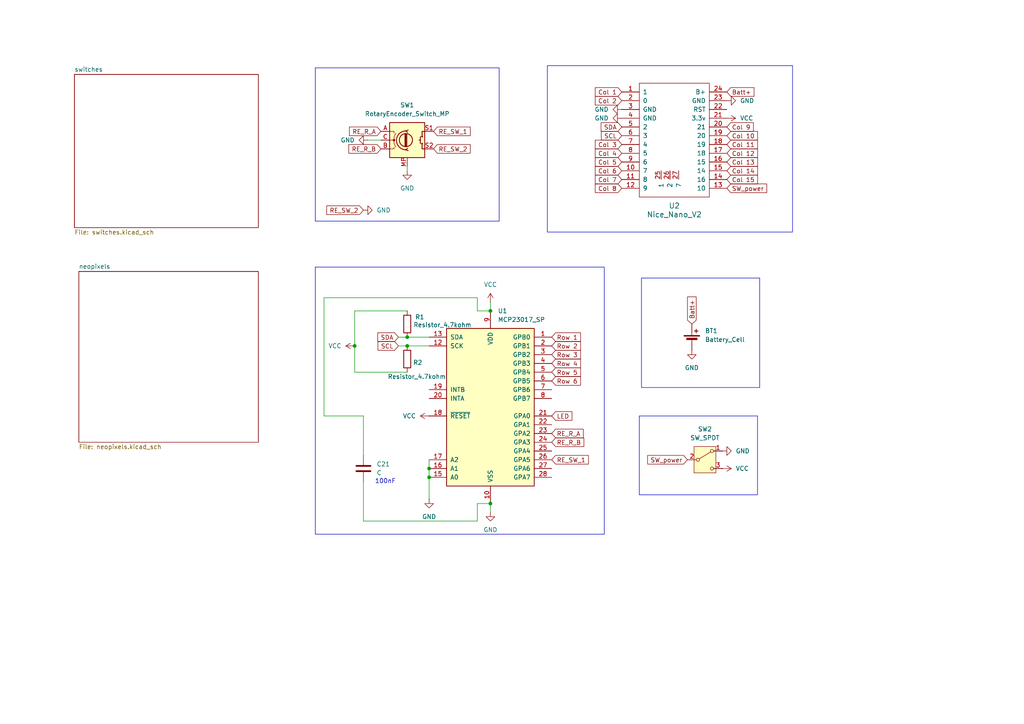
<source format=kicad_sch>
(kicad_sch (version 20250114) (generator "eeschema") (generator_version "9.0")
  (paper "A4")
  (lib_symbols
    (symbol "Device:Battery_Cell" (pin_numbers (hide yes)) (pin_names (offset 0) (hide yes))
      (property "Reference" "BT" (at 2.54 2.54 0))
      (property "Value" "Battery_Cell" (at 2.54 0 0))
      (symbol "Battery_Cell_0_1"
        (rectangle (start -2.286 1.778) (end 2.286 1.524) (fill (type outline)))
        (rectangle (start -1.524 1.016) (end 1.524 0.508) (fill (type outline)))
        (polyline (pts (xy 0 1.778) (xy 0 2.54)))
        (polyline (pts (xy 0 0.762) (xy 0 0)))
        (polyline (pts (xy 0.762 3.048) (xy 1.778 3.048)) (stroke (width 0.254)))
        (polyline (pts (xy 1.27 3.556) (xy 1.27 2.54)) (stroke (width 0.254)))
      )
      (symbol "Battery_Cell_1_1"
        (pin passive line (at 0 5.08 270) (length 2.54) (name "+") (number "1"))
        (pin passive line (at 0 -2.54 90) (length 2.54) (name "-") (number "2"))
      )
    )
    (symbol "Device:C" (pin_numbers (hide yes)) (pin_names (offset 0.254))
      (property "Reference" "C" (at 0.635 2.54 0))
      (property "Value" "C" (at 0.635 -2.54 0))
      (symbol "C_0_1"
        (polyline (pts (xy -2.032 0.762) (xy 2.032 0.762)) (stroke (width 0.508)))
        (polyline (pts (xy -2.032 -0.762) (xy 2.032 -0.762)) (stroke (width 0.508)))
      )
      (symbol "C_1_1"
        (pin passive line (at 0 3.81 270) (length 2.794) (name "~") (number "1"))
        (pin passive line (at 0 -3.81 90) (length 2.794) (name "~") (number "2"))
      )
    )
    (symbol "Device:RotaryEncoder_Switch_MP" (pin_names (offset 0.254) (hide yes))
      (property "Reference" "SW" (at 0 8.89 0))
      (property "Value" "RotaryEncoder_Switch_MP" (at 0 6.35 0))
      (symbol "RotaryEncoder_Switch_MP_0_1"
        (rectangle (start -5.08 5.08) (end 5.08 -5.08) (stroke (width 0.254)) (fill (type background)))
        (polyline (pts (xy -5.08 2.54) (xy -3.81 2.54) (xy -3.81 2.032)))
        (polyline (pts (xy -5.08 0) (xy -3.81 0) (xy -3.81 -1.016) (xy -3.302 -2.032)))
        (polyline (pts (xy -5.08 -2.54) (xy -3.81 -2.54) (xy -3.81 -2.032)))
        (polyline (pts (xy -4.318 0) (xy -3.81 0) (xy -3.81 1.016) (xy -3.302 2.032)))
        (circle (center -3.81 0) (radius 0.254) (fill (type outline)))
        (polyline (pts (xy -0.635 -1.778) (xy -0.635 1.778)) (stroke (width 0.254)))
        (circle (center -0.381 0) (radius 1.905) (stroke (width 0.254)))
        (polyline (pts (xy -0.381 -1.778) (xy -0.381 1.778)) (stroke (width 0.254)))
        (arc (start -0.381 -2.794) (mid -3.0988 -0.0635) (end -0.381 2.667) (stroke (width 0.254)))
        (polyline (pts (xy -0.127 1.778) (xy -0.127 -1.778)) (stroke (width 0.254)))
        (polyline (pts (xy 0.254 2.921) (xy -0.508 2.667) (xy 0.127 2.286)) (stroke (width 0.254)))
        (polyline (pts (xy 0.254 -3.048) (xy -0.508 -2.794) (xy 0.127 -2.413)) (stroke (width 0.254)))
        (polyline (pts (xy 3.81 1.016) (xy 3.81 -1.016)) (stroke (width 0.254)))
        (polyline (pts (xy 3.81 0) (xy 3.429 0)) (stroke (width 0.254)))
        (circle (center 4.318 1.016) (radius 0.127) (stroke (width 0.254)))
        (circle (center 4.318 -1.016) (radius 0.127) (stroke (width 0.254)))
        (polyline (pts (xy 5.08 2.54) (xy 4.318 2.54) (xy 4.318 1.016)) (stroke (width 0.254)))
        (polyline (pts (xy 5.08 -2.54) (xy 4.318 -2.54) (xy 4.318 -1.016)) (stroke (width 0.254)))
      )
      (symbol "RotaryEncoder_Switch_MP_1_1"
        (pin passive line (at -7.62 2.54 0) (length 2.54) (name "A") (number "A"))
        (pin passive line (at -7.62 0 0) (length 2.54) (name "C") (number "C"))
        (pin passive line (at -7.62 -2.54 0) (length 2.54) (name "B") (number "B"))
        (pin passive line (at 0 -7.62 90) (length 2.54) (name "MP") (number "MP"))
        (pin passive line (at 7.62 2.54 180) (length 2.54) (name "S1") (number "S1"))
        (pin passive line (at 7.62 -2.54 180) (length 2.54) (name "S2") (number "S2"))
      )
    )
    (symbol "Interface_Expansion:MCP23017_SP" (pin_names (offset 1.016))
      (property "Reference" "U" (at -11.43 24.13 0))
      (property "Value" "MCP23017_SP" (at 0 0 0))
      (symbol "MCP23017_SP_0_1"
        (rectangle (start -12.7 22.86) (end 12.7 -22.86) (stroke (width 0.254)) (fill (type background)))
      )
      (symbol "MCP23017_SP_1_1"
        (pin bidirectional line (at -17.78 20.32 0) (length 5.08) (name "SDA") (number "13"))
        (pin input line (at -17.78 17.78 0) (length 5.08) (name "SCK") (number "12"))
        (pin tri_state line (at -17.78 5.08 0) (length 5.08) (name "INTB") (number "19"))
        (pin tri_state line (at -17.78 2.54 0) (length 5.08) (name "INTA") (number "20"))
        (pin input line (at -17.78 -2.54 0) (length 5.08) (name "~{RESET}") (number "18"))
        (pin input line (at -17.78 -15.24 0) (length 5.08) (name "A2") (number "17"))
        (pin input line (at -17.78 -17.78 0) (length 5.08) (name "A1") (number "16"))
        (pin input line (at -17.78 -20.32 0) (length 5.08) (name "A0") (number "15"))
        (pin no_connect line (at -12.7 15.24 0) (length 5.08) (hide yes) (name "NC") (number "11"))
        (pin no_connect line (at -12.7 12.7 0) (length 5.08) (hide yes) (name "NC") (number "14"))
        (pin power_in line (at 0 27.94 270) (length 5.08) (name "VDD") (number "9"))
        (pin power_in line (at 0 -27.94 90) (length 5.08) (name "VSS") (number "10"))
        (pin bidirectional line (at 17.78 20.32 180) (length 5.08) (name "GPB0") (number "1"))
        (pin bidirectional line (at 17.78 17.78 180) (length 5.08) (name "GPB1") (number "2"))
        (pin bidirectional line (at 17.78 15.24 180) (length 5.08) (name "GPB2") (number "3"))
        (pin bidirectional line (at 17.78 12.7 180) (length 5.08) (name "GPB3") (number "4"))
        (pin bidirectional line (at 17.78 10.16 180) (length 5.08) (name "GPB4") (number "5"))
        (pin bidirectional line (at 17.78 7.62 180) (length 5.08) (name "GPB5") (number "6"))
        (pin bidirectional line (at 17.78 5.08 180) (length 5.08) (name "GPB6") (number "7"))
        (pin output line (at 17.78 2.54 180) (length 5.08) (name "GPB7") (number "8"))
        (pin bidirectional line (at 17.78 -2.54 180) (length 5.08) (name "GPA0") (number "21"))
        (pin bidirectional line (at 17.78 -5.08 180) (length 5.08) (name "GPA1") (number "22"))
        (pin bidirectional line (at 17.78 -7.62 180) (length 5.08) (name "GPA2") (number "23"))
        (pin bidirectional line (at 17.78 -10.16 180) (length 5.08) (name "GPA3") (number "24"))
        (pin bidirectional line (at 17.78 -12.7 180) (length 5.08) (name "GPA4") (number "25"))
        (pin bidirectional line (at 17.78 -15.24 180) (length 5.08) (name "GPA5") (number "26"))
        (pin bidirectional line (at 17.78 -17.78 180) (length 5.08) (name "GPA6") (number "27"))
        (pin output line (at 17.78 -20.32 180) (length 5.08) (name "GPA7") (number "28"))
      )
    )
    (symbol "ScottoKeebs:MCU_Nice_Nano_V2" (pin_names (offset 1.016))
      (property "Reference" "U" (at 0 0 0))
      (property "Value" "Nice_Nano_V2" (at 0 -19.05 0))
      (symbol "MCU_Nice_Nano_V2_0_1"
        (rectangle (start -10.16 16.51) (end 10.16 -16.51))
      )
      (symbol "MCU_Nice_Nano_V2_1_1"
        (pin input line (at -15.24 13.97 0) (length 5.08) (name "1") (number "1"))
        (pin input line (at -15.24 11.43 0) (length 5.08) (name "0") (number "2"))
        (pin input line (at -15.24 8.89 0) (length 5.08) (name "GND") (number "3"))
        (pin input line (at -15.24 6.35 0) (length 5.08) (name "GND") (number "4"))
        (pin input line (at -15.24 3.81 0) (length 5.08) (name "2") (number "5"))
        (pin input line (at -15.24 1.27 0) (length 5.08) (name "3") (number "6"))
        (pin input line (at -15.24 -1.27 0) (length 5.08) (name "4") (number "7"))
        (pin input line (at -15.24 -3.81 0) (length 5.08) (name "5") (number "8"))
        (pin input line (at -15.24 -6.35 0) (length 5.08) (name "6") (number "9"))
        (pin input line (at -15.24 -8.89 0) (length 5.08) (name "7") (number "10"))
        (pin input line (at -15.24 -11.43 0) (length 5.08) (name "8") (number "11"))
        (pin input line (at -15.24 -13.97 0) (length 5.08) (name "9") (number "12"))
        (pin input line (at -3.81 -8.89 270) (length 2.5) (name "1") (number "25"))
        (pin input line (at -1.27 -8.89 270) (length 2.5) (name "2") (number "26"))
        (pin input line (at 1.27 -8.89 270) (length 2.5) (name "7") (number "27"))
        (pin input line (at 15.24 13.97 180) (length 5.08) (name "B+") (number "24"))
        (pin input line (at 15.24 11.43 180) (length 5.08) (name "GND") (number "23"))
        (pin input line (at 15.24 8.89 180) (length 5.08) (name "RST") (number "22"))
        (pin input line (at 15.24 6.35 180) (length 5.08) (name "3.3v") (number "21"))
        (pin input line (at 15.24 3.81 180) (length 5.08) (name "21") (number "20"))
        (pin input line (at 15.24 1.27 180) (length 5.08) (name "20") (number "19"))
        (pin input line (at 15.24 -1.27 180) (length 5.08) (name "19") (number "18"))
        (pin input line (at 15.24 -3.81 180) (length 5.08) (name "18") (number "17"))
        (pin input line (at 15.24 -6.35 180) (length 5.08) (name "15") (number "16"))
        (pin input line (at 15.24 -8.89 180) (length 5.08) (name "14") (number "15"))
        (pin input line (at 15.24 -11.43 180) (length 5.08) (name "16") (number "14"))
        (pin input line (at 15.24 -13.97 180) (length 5.08) (name "10") (number "13"))
      )
    )
    (symbol "ScottoKeebs:Placeholder_Resistor" (pin_numbers (hide yes)) (pin_names (offset 0))
      (property "Reference" "R" (at 0 2.032 0))
      (property "Value" "Resistor" (at 0 -2.54 0))
      (symbol "Placeholder_Resistor_0_1"
        (rectangle (start 2.54 -1.016) (end -2.54 1.016) (stroke (width 0.254)))
      )
      (symbol "Placeholder_Resistor_1_1"
        (pin passive line (at -3.81 0 0) (length 1.27) (name "~") (number "1"))
        (pin passive line (at 3.81 0 180) (length 1.27) (name "~") (number "2"))
      )
    )
    (symbol "Switch:SW_SPDT" (pin_names (offset 0) (hide yes))
      (property "Reference" "SW" (at 0 5.08 0))
      (property "Value" "SW_SPDT" (at 0 -5.08 0))
      (symbol "SW_SPDT_0_1"
        (circle (center -2.032 0) (radius 0.4572))
        (polyline (pts (xy -1.651 0.254) (xy 1.651 2.286)))
        (circle (center 2.032 2.54) (radius 0.4572))
        (circle (center 2.032 -2.54) (radius 0.4572))
      )
      (symbol "SW_SPDT_1_1"
        (rectangle (start -3.175 3.81) (end 3.175 -3.81) (fill (type background)))
        (pin passive line (at -5.08 0 0) (length 2.54) (name "B") (number "2"))
        (pin passive line (at 5.08 2.54 180) (length 2.54) (name "A") (number "1"))
        (pin passive line (at 5.08 -2.54 180) (length 2.54) (name "C") (number "3"))
      )
    )
    (symbol "power:GND" (power) (pin_numbers (hide yes)) (pin_names (offset 0) (hide yes))
      (property "Value" "GND" (at 0 -3.81 0))
      (symbol "GND_0_1"
        (polyline (pts (xy 0 0) (xy 0 -1.27) (xy 1.27 -1.27) (xy 0 -2.54) (xy -1.27 -1.27) (xy 0 -1.27)))
      )
      (symbol "GND_1_1"
        (pin power_in line (at 0 0 270) (length 0) (name "~") (number "1"))
      )
    )
    (symbol "power:VCC" (power) (pin_numbers (hide yes)) (pin_names (offset 0) (hide yes))
      (property "Value" "VCC" (at 0 3.556 0))
      (symbol "VCC_0_1"
        (polyline (pts (xy -0.762 1.27) (xy 0 2.54)))
        (polyline (pts (xy 0 2.54) (xy 0.762 1.27)))
        (polyline (pts (xy 0 0) (xy 0 2.54)))
      )
      (symbol "VCC_1_1"
        (pin power_in line (at 0 0 90) (length 0) (name "~") (number "1"))
      )
    )
  )
  (rectangle (start 91.44 19.685) (end 144.78 64.135))
  (rectangle (start 186.055 80.645) (end 220.345 112.395))
  (rectangle (start 185.42 120.65) (end 219.71 143.51))
  (rectangle (start 158.75 19.05) (end 229.87 67.31))
  (rectangle (start 91.44 77.47) (end 175.26 154.94))
  (text "100nF\n" (at 111.76 139.7 0) (effects (font (size 1.27 1.27))))
  (junction (at 142.24 90.17))
  (junction (at 124.46 138.43))
  (junction (at 142.24 146.05))
  (junction (at 118.11 97.79))
  (junction (at 118.11 100.33))
  (junction (at 102.87 100.33))
  (junction (at 124.46 135.89))
  (wire (pts (xy 124.46 133.35) (xy 124.46 135.89)))
  (wire (pts (xy 124.46 135.89) (xy 124.46 138.43)))
  (wire (pts (xy 106.68 40.64) (xy 110.49 40.64)))
  (wire (pts (xy 118.11 90.17) (xy 102.87 90.17)))
  (wire (pts (xy 105.41 151.13) (xy 138.43 151.13)))
  (wire (pts (xy 115.57 97.79) (xy 118.11 97.79)))
  (wire (pts (xy 138.43 86.36) (xy 138.43 90.17)))
  (wire (pts (xy 105.41 132.08) (xy 105.41 120.65)))
  (wire (pts (xy 124.46 138.43) (xy 124.46 144.78)))
  (wire (pts (xy 105.41 139.7) (xy 105.41 151.13)))
  (wire (pts (xy 102.87 90.17) (xy 102.87 100.33)))
  (wire (pts (xy 102.87 100.33) (xy 102.87 107.95)))
  (wire (pts (xy 118.11 49.53) (xy 118.11 48.26)))
  (wire (pts (xy 138.43 151.13) (xy 138.43 146.05)))
  (wire (pts (xy 142.24 148.59) (xy 142.24 146.05)))
  (wire (pts (xy 115.57 100.33) (xy 118.11 100.33)))
  (wire (pts (xy 138.43 146.05) (xy 142.24 146.05)))
  (wire (pts (xy 142.24 87.63) (xy 142.24 90.17)))
  (wire (pts (xy 93.98 86.36) (xy 138.43 86.36)))
  (wire (pts (xy 118.11 100.33) (xy 124.46 100.33)))
  (wire (pts (xy 118.11 107.95) (xy 102.87 107.95)))
  (wire (pts (xy 105.41 120.65) (xy 93.98 120.65)))
  (wire (pts (xy 138.43 90.17) (xy 142.24 90.17)))
  (wire (pts (xy 93.98 120.65) (xy 93.98 86.36)))
  (wire (pts (xy 118.11 97.79) (xy 124.46 97.79)))
  (global_label "SCL" (shape input) (at 115.57 100.33 180) (property "Intersheetrefs" "${INTERSHEET_REFS}" (effects (hide yes))))
  (global_label "Batt+" (shape input) (at 210.82 26.67 0) (property "Intersheetrefs" "${INTERSHEET_REFS}" (effects (hide yes))))
  (global_label "Row 2" (shape input) (at 160.02 100.33 0) (property "Intersheetrefs" "${INTERSHEET_REFS}" (effects (hide yes))))
  (global_label "RE_SW_1" (shape input) (at 125.73 38.1 0) (property "Intersheetrefs" "${INTERSHEET_REFS}" (effects (hide yes))))
  (global_label "Col 11" (shape input) (at 210.82 41.91 0) (property "Intersheetrefs" "${INTERSHEET_REFS}" (effects (hide yes))))
  (global_label "SDA" (shape input) (at 180.34 36.83 180) (property "Intersheetrefs" "${INTERSHEET_REFS}" (effects (hide yes))))
  (global_label "Col 1" (shape input) (at 180.34 26.67 180) (property "Intersheetrefs" "${INTERSHEET_REFS}" (effects (hide yes))))
  (global_label "SW_power" (shape input) (at 210.82 54.61 0) (property "Intersheetrefs" "${INTERSHEET_REFS}" (effects (hide yes))))
  (global_label "Row 5" (shape input) (at 160.02 107.95 0) (property "Intersheetrefs" "${INTERSHEET_REFS}" (effects (hide yes))))
  (global_label "Col 4" (shape input) (at 180.34 44.45 180) (property "Intersheetrefs" "${INTERSHEET_REFS}" (effects (hide yes))))
  (global_label "Col 9" (shape input) (at 210.82 36.83 0) (property "Intersheetrefs" "${INTERSHEET_REFS}" (effects (hide yes))))
  (global_label "Col 15" (shape input) (at 210.82 52.07 0) (property "Intersheetrefs" "${INTERSHEET_REFS}" (effects (hide yes))))
  (global_label "RE_SW_2" (shape input) (at 125.73 43.18 0) (property "Intersheetrefs" "${INTERSHEET_REFS}" (effects (hide yes))))
  (global_label "Col 8" (shape input) (at 180.34 54.61 180) (property "Intersheetrefs" "${INTERSHEET_REFS}" (effects (hide yes))))
  (global_label "Col 14" (shape input) (at 210.82 49.53 0) (property "Intersheetrefs" "${INTERSHEET_REFS}" (effects (hide yes))))
  (global_label "Col 10" (shape input) (at 210.82 39.37 0) (property "Intersheetrefs" "${INTERSHEET_REFS}" (effects (hide yes))))
  (global_label "Row 1" (shape input) (at 160.02 97.79 0) (property "Intersheetrefs" "${INTERSHEET_REFS}" (effects (hide yes))))
  (global_label "RE_R_B" (shape input) (at 160.02 128.27 0) (property "Intersheetrefs" "${INTERSHEET_REFS}" (effects (hide yes))))
  (global_label "SW_power" (shape input) (at 199.39 133.35 180) (property "Intersheetrefs" "${INTERSHEET_REFS}" (effects (hide yes))))
  (global_label "RE_R_B" (shape input) (at 110.49 43.18 180) (property "Intersheetrefs" "${INTERSHEET_REFS}" (effects (hide yes))))
  (global_label "Col 5" (shape input) (at 180.34 46.99 180) (property "Intersheetrefs" "${INTERSHEET_REFS}" (effects (hide yes))))
  (global_label "SDA" (shape input) (at 115.57 97.79 180) (property "Intersheetrefs" "${INTERSHEET_REFS}" (effects (hide yes))))
  (global_label "Row 3" (shape input) (at 160.02 102.87 0) (property "Intersheetrefs" "${INTERSHEET_REFS}" (effects (hide yes))))
  (global_label "Row 6" (shape input) (at 160.02 110.49 0) (property "Intersheetrefs" "${INTERSHEET_REFS}" (effects (hide yes))))
  (global_label "Col 2" (shape input) (at 180.34 29.21 180) (property "Intersheetrefs" "${INTERSHEET_REFS}" (effects (hide yes))))
  (global_label "Col 7" (shape input) (at 180.34 52.07 180) (property "Intersheetrefs" "${INTERSHEET_REFS}" (effects (hide yes))))
  (global_label "RE_R_A" (shape input) (at 160.02 125.73 0) (property "Intersheetrefs" "${INTERSHEET_REFS}" (effects (hide yes))))
  (global_label "Col 3" (shape input) (at 180.34 41.91 180) (property "Intersheetrefs" "${INTERSHEET_REFS}" (effects (hide yes))))
  (global_label "SCL" (shape input) (at 180.34 39.37 180) (property "Intersheetrefs" "${INTERSHEET_REFS}" (effects (hide yes))))
  (global_label "Col 12" (shape input) (at 210.82 44.45 0) (property "Intersheetrefs" "${INTERSHEET_REFS}" (effects (hide yes))))
  (global_label "RE_SW_1" (shape input) (at 160.02 133.35 0) (property "Intersheetrefs" "${INTERSHEET_REFS}" (effects (hide yes))))
  (global_label "RE_R_A" (shape input) (at 110.49 38.1 180) (property "Intersheetrefs" "${INTERSHEET_REFS}" (effects (hide yes))))
  (global_label "Row 4" (shape input) (at 160.02 105.41 0) (property "Intersheetrefs" "${INTERSHEET_REFS}" (effects (hide yes))))
  (global_label "RE_SW_2" (shape input) (at 105.41 60.96 180) (property "Intersheetrefs" "${INTERSHEET_REFS}" (effects (hide yes))))
  (global_label "LED" (shape input) (at 160.02 120.65 0) (property "Intersheetrefs" "${INTERSHEET_REFS}" (effects (hide yes))))
  (global_label "Batt+" (shape input) (at 200.66 93.98 90) (property "Intersheetrefs" "${INTERSHEET_REFS}" (effects (hide yes))))
  (global_label "Col 6" (shape input) (at 180.34 49.53 180) (property "Intersheetrefs" "${INTERSHEET_REFS}" (effects (hide yes))))
  (global_label "Col 13" (shape input) (at 210.82 46.99 0) (property "Intersheetrefs" "${INTERSHEET_REFS}" (effects (hide yes))))
  (symbol (lib_id "power:VCC") (at 209.55 135.89 270) (unit 1)
    (property "Reference" "#PWR033" (effects (hide yes)))
    (property "Value" "VCC" (at 213.36 135.8899 90) (effects (justify left)))
    (property "Description" "Power symbol creates a global label with name \"VCC\"" (effects (hide yes)))
  )
  (symbol (lib_id "power:GND") (at 105.41 60.96 90) (unit 1)
    (property "Reference" "#PWR031" (effects (hide yes)))
    (property "Value" "GND" (at 109.22 60.9599 90) (effects (justify right)))
    (property "Description" "Power symbol creates a global label with name \"GND\" , ground" (effects (hide yes)))
  )
  (symbol (lib_id "power:GND") (at 200.66 101.6 0) (unit 1)
    (property "Reference" "#PWR08" (effects (hide yes)))
    (property "Value" "GND" (at 200.66 106.68 0))
    (property "Description" "Power symbol creates a global label with name \"GND\" , ground" (effects (hide yes)))
  )
  (symbol (lib_id "Interface_Expansion:MCP23017_SP") (at 142.24 118.11 0) (unit 1)
    (property "Reference" "U1" (at 144.3833 90.17 0) (effects (justify left)))
    (property "Value" "MCP23017_SP" (at 144.3833 92.71 0) (effects (justify left)))
    (property "Footprint" "Package_DIP:DIP-28_W7.62mm" (effects (hide yes)))
    (property "Datasheet" "https://ww1.microchip.com/downloads/aemDocuments/documents/APID/ProductDocuments/DataSheets/MCP23017-Data-Sheet-DS20001952.pdf" (effects (hide yes)))
    (property "Description" "16-bit I/O expander, I2C, interrupts, w pull-ups, SPDIP-28" (effects (hide yes)))
  )
  (symbol (lib_id "Device:Battery_Cell") (at 200.66 99.06 0) (unit 1)
    (property "Reference" "BT1" (at 204.47 95.9484 0) (effects (justify left)))
    (property "Value" "Battery_Cell" (at 204.47 98.4884 0) (effects (justify left)))
    (property "Footprint" "scottokeeb_:Battery" (effects (hide yes)))
    (property "Description" "Single-cell battery" (effects (hide yes)))
  )
  (symbol (lib_id "Device:C") (at 105.41 135.89 0) (unit 1)
    (property "Reference" "C21" (at 109.22 134.6199 0) (effects (justify left)))
    (property "Value" "C" (at 109.22 137.1599 0) (effects (justify left)))
    (property "Footprint" "Capacitor_THT:CP_Radial_D5.0mm_P2.50mm" (effects (hide yes)))
    (property "Description" "Unpolarized capacitor" (effects (hide yes)))
  )
  (symbol (lib_id "power:VCC") (at 102.87 100.33 90) (unit 1)
    (property "Reference" "#PWR01" (effects (hide yes)))
    (property "Value" "VCC" (at 99.06 100.3299 90) (effects (justify left)))
    (property "Description" "Power symbol creates a global label with name \"VCC\"" (effects (hide yes)))
  )
  (symbol (lib_id "ScottoKeebs:Placeholder_Resistor") (at 118.11 104.14 90) (unit 1)
    (property "Reference" "R2" (at 121.158 105.156 90))
    (property "Value" "Resistor_4.7kohm" (at 120.904 109.22 90))
    (property "Footprint" "Resistor_THT:R_Axial_DIN0207_L6.3mm_D2.5mm_P7.62mm_Horizontal" (effects (hide yes)))
    (property "Description" "Resistor" (effects (hide yes)))
  )
  (symbol (lib_id "power:GND") (at 118.11 49.53 0) (unit 1)
    (property "Reference" "#PWR03" (effects (hide yes)))
    (property "Value" "GND" (at 118.11 54.61 0))
    (property "Description" "Power symbol creates a global label with name \"GND\" , ground" (effects (hide yes)))
  )
  (symbol (lib_id "power:GND") (at 180.34 34.29 270) (unit 1)
    (property "Reference" "#PWR036" (effects (hide yes)))
    (property "Value" "GND" (at 176.53 34.2899 90) (effects (justify right)))
    (property "Description" "Power symbol creates a global label with name \"GND\" , ground" (effects (hide yes)))
  )
  (symbol (lib_id "power:GND") (at 209.55 130.81 90) (unit 1)
    (property "Reference" "#PWR034" (effects (hide yes)))
    (property "Value" "GND" (at 213.36 130.8099 90) (effects (justify right)))
    (property "Description" "Power symbol creates a global label with name \"GND\" , ground" (effects (hide yes)))
  )
  (symbol (lib_id "power:GND") (at 106.68 40.64 270) (unit 1)
    (property "Reference" "#PWR02" (effects (hide yes)))
    (property "Value" "GND" (at 102.87 40.6399 90) (effects (justify right)))
    (property "Description" "Power symbol creates a global label with name \"GND\" , ground" (effects (hide yes)))
  )
  (symbol (lib_id "power:VCC") (at 142.24 87.63 0) (unit 1)
    (property "Reference" "#PWR06" (effects (hide yes)))
    (property "Value" "VCC" (at 142.24 82.55 0))
    (property "Description" "Power symbol creates a global label with name \"VCC\"" (effects (hide yes)))
  )
  (symbol (lib_id "power:GND") (at 180.34 31.75 270) (unit 1)
    (property "Reference" "#PWR035" (effects (hide yes)))
    (property "Value" "GND" (at 176.53 31.7499 90) (effects (justify right)))
    (property "Description" "Power symbol creates a global label with name \"GND\" , ground" (effects (hide yes)))
  )
  (symbol (lib_id "Switch:SW_SPDT") (at 204.47 133.35 0) (unit 1)
    (property "Reference" "SW2" (at 204.47 124.46 0))
    (property "Value" "SW_SPDT" (at 204.47 127 0))
    (property "Footprint" "slider_switch:SW_MINI-SPDT-SW" (effects (hide yes)))
    (property "Description" "Switch, single pole double throw" (effects (hide yes)))
  )
  (symbol (lib_id "power:GND") (at 210.82 29.21 90) (unit 1)
    (property "Reference" "#PWR09" (effects (hide yes)))
    (property "Value" "GND" (at 214.63 29.2099 90) (effects (justify right)))
    (property "Description" "Power symbol creates a global label with name \"GND\" , ground" (effects (hide yes)))
  )
  (symbol (lib_id "ScottoKeebs:Placeholder_Resistor") (at 118.11 93.98 90) (unit 1)
    (property "Reference" "R1" (at 120.396 91.948 90) (effects (justify right)))
    (property "Value" "Resistor_4.7kohm" (at 119.888 94.234 90) (effects (justify right)))
    (property "Footprint" "Resistor_THT:R_Axial_DIN0207_L6.3mm_D2.5mm_P7.62mm_Horizontal" (effects (hide yes)))
    (property "Description" "Resistor" (effects (hide yes)))
  )
  (symbol (lib_id "power:GND") (at 124.46 144.78 0) (unit 1)
    (property "Reference" "#PWR05" (effects (hide yes)))
    (property "Value" "GND" (at 124.46 149.86 0))
    (property "Description" "Power symbol creates a global label with name \"GND\" , ground" (effects (hide yes)))
  )
  (symbol (lib_id "power:VCC") (at 124.46 120.65 90) (unit 1)
    (property "Reference" "#PWR04" (effects (hide yes)))
    (property "Value" "VCC" (at 120.65 120.6499 90) (effects (justify left)))
    (property "Description" "Power symbol creates a global label with name \"VCC\"" (effects (hide yes)))
  )
  (symbol (lib_id "power:GND") (at 142.24 148.59 0) (unit 1)
    (property "Reference" "#PWR07" (effects (hide yes)))
    (property "Value" "GND" (at 142.24 153.67 0))
    (property "Description" "Power symbol creates a global label with name \"GND\" , ground" (effects (hide yes)))
  )
  (symbol (lib_id "power:VCC") (at 210.82 34.29 270) (unit 1)
    (property "Reference" "#PWR010" (effects (hide yes)))
    (property "Value" "VCC" (at 214.63 34.2899 90) (effects (justify left)))
    (property "Description" "Power symbol creates a global label with name \"VCC\"" (effects (hide yes)))
  )
  (symbol (lib_id "Device:RotaryEncoder_Switch_MP") (at 118.11 40.64 0) (unit 1)
    (property "Reference" "SW1" (at 118.11 30.48 0))
    (property "Value" "RotaryEncoder_Switch_MP" (at 118.11 33.02 0))
    (property "Footprint" "Rotary_Encoder:RotaryEncoder_Alps_EC11E-Switch_Vertical_H20mm" (effects (hide yes)))
    (property "Description" "Rotary encoder, dual channel, incremental quadrate outputs, with switch and MP Pin" (effects (hide yes)))
  )
  (symbol (lib_id "ScottoKeebs:MCU_Nice_Nano_V2") (at 195.58 40.64 0) (unit 1)
    (property "Reference" "U2" (at 195.58 59.69 0) (effects (font (size 1.524 1.524))))
    (property "Value" "Nice_Nano_V2" (at 195.58 62.23 0) (effects (font (size 1.524 1.524))))
    (property "Footprint" "scottokeeb_mcu:Nice_Nano_V2" (effects (hide yes)))
  )
  (sheet (at 21.59 21.59) (size 53.34 44.45) (stroke (width 0.1524))
    (property "Sheetname" "switches" (at 21.59 20.8784 0) (effects (justify left bottom)))
    (property "Sheetfile" "switches.kicad_sch" (at 21.59 66.6246 0) (effects (justify left top)))
  )
  (sheet (at 22.86 78.74) (size 52.07 49.53) (stroke (width 0.1524))
    (property "Sheetname" "neopixels" (at 22.86 78.0284 0) (effects (justify left bottom)))
    (property "Sheetfile" "neopixels.kicad_sch" (at 22.86 128.8546 0) (effects (justify left top)))
  )
)
</source>
